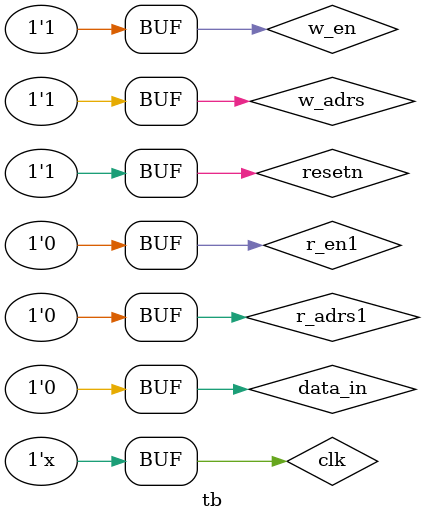
<source format=v>
module tb;
    reg clk,resetn,w_en,r_en1,r_en2,w_adrs,r_adrs1,r_adrs2,data_in;
    wire data_out1,data_out2;
    
    memory memory_instance(
        .clk(clk),
        .resetn(resetn),
        .w_adrs(w_adrs),
        .r_adrs1(r_adrs1),
        .r_adrs2(r_adrs2),
        .data_in(data_in),
        .w_en(w_en),
        .r_en1(r_en1),
        .r_en2(r_en2),
        .data_out1(data_out1),
        .data_out2(data_out2)
    );
    
    initial clk = 1'b0;
    always #5 clk = ~clk;

    initial begin
        
    	resetn = 1'b1;
    	w_en = 1'b1;
    	r_en1 = 1'b0; 
    	r_adrs1 = 0;
    	w_adrs = 11'b00001000101;
    	data_in = 11'b00110100100;
    
    end

endmodule
</source>
